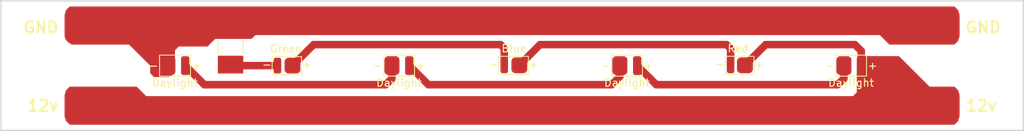
<source format=kicad_pcb>
(kicad_pcb (version 20211014) (generator pcbnew)
  (layers (0 "F.Cu" signal) (31 "B.Cu" signal) (34 "B.Paste" user) (35 "F.Paste" user) (36 "B.SilkS" user "B.Silkscreen") (37 "F.SilkS" user "F.Silkscreen") (38 "B.Mask" user) (39 "F.Mask" user) (44 "Edge.Cuts" user))
  (net 0 "")
  (net 1 "GND")
  (net 2 "Net-(R1-Pad1)")
  (net 3 "12v")
  (net 4 "Net-(U6-Pad2)")
  (net 5 "Net-(U7-Pad1)")
  (net 6 "Net-(U3-Pad1)")
  (net 7 "Net-(U4-Pad2)")
  (net 8 "Net-(U5-Pad1)")
  (footprint "Hydro:Solder Pad" (layer "F.Cu") (at 191.262 91.186)
    (fp_text reference "U11" hide)
    (fp_text value "Solder_Pad" hide)
    (pad "1" smd roundrect (at 0 0) (size 10 5) (layers "F.Cu" "F.Paste" "F.Mask") (net 1 "GND"))
  )
  (footprint "Hydro:158303250A(Daylight)" (layer "F.Cu") (at 92.202 96.52)
    (fp_text reference "U9" hide)
    (fp_text value "Daylight" (at 0 2.286 unlocked) (layer "F.SilkS"))
    (fp_text user "+" (at 2.85 0 unlocked) (layer "F.SilkS"))
    (fp_text user "-" (at -2.85 0 unlocked) (layer "F.SilkS"))
    (fp_rect (start 2.05 -1.4) (end -2.05 1.4) (layer "F.SilkS") (width 0.12) (fill none))
    (pad "1" smd roundrect (at -0.95 0) (size 2 2.5) (layers "F.Cu" "F.Paste" "F.Mask") (net 1 "GND"))
    (pad "2" smd roundrect (at 1.35 0) (size 1.1 2.5) (layers "F.Cu" "F.Paste" "F.Mask") (net 5 "Net-(U7-Pad1)"))
  )
  (footprint "Hydro:158303250A(Daylight)" (layer "F.Cu") (at 181.864 96.52)
    (fp_text reference "U3" hide)
    (fp_text value "Daylight" (at 0 2.286 unlocked) (layer "F.SilkS"))
    (fp_text user "+" (at 2.85 0 unlocked) (layer "F.SilkS"))
    (fp_text user "-" (at -2.85 0 unlocked) (layer "F.SilkS"))
    (fp_rect (start 2.05 -1.4) (end -2.05 1.4) (layer "F.SilkS") (width 0.12) (fill none))
    (pad "1" smd roundrect (at -0.95 0) (size 2 2.5) (layers "F.Cu" "F.Paste" "F.Mask") (net 6 "Net-(U3-Pad1)"))
    (pad "2" smd roundrect (at 1.35 0) (size 1.1 2.5) (layers "F.Cu" "F.Paste" "F.Mask") (net 3 "12v"))
  )
  (footprint "Hydro:158303250A(Daylight)" (layer "F.Cu") (at 121.92 96.52)
    (fp_text reference "U7" hide)
    (fp_text value "Daylight" (at 0 2.286 unlocked) (layer "F.SilkS"))
    (fp_text user "+" (at 2.85 0 unlocked) (layer "F.SilkS"))
    (fp_text user "-" (at -2.85 0 unlocked) (layer "F.SilkS"))
    (fp_rect (start 2.05 -1.4) (end -2.05 1.4) (layer "F.SilkS") (width 0.12) (fill none))
    (pad "1" smd roundrect (at -0.95 0) (size 2 2.5) (layers "F.Cu" "F.Paste" "F.Mask") (net 5 "Net-(U7-Pad1)"))
    (pad "2" smd roundrect (at 1.35 0) (size 1.1 2.5) (layers "F.Cu" "F.Paste" "F.Mask") (net 8 "Net-(U5-Pad1)"))
  )
  (footprint "SnapEDA Library:RESC6332X120N" (layer "F.Cu") (at 99.568 93.98 90)
    (fp_text reference "R1" hide)
    (fp_text value "352216RFT" hide)
    (fp_line (start -0.9 -1.68) (end 0.9 -1.68) (layer "F.SilkS") (width 0.127))
    (fp_line (start -0.9 1.68) (end 0.9 1.68) (layer "F.SilkS") (width 0.127))
    (pad "1" smd rect locked (at -2.405 0 90) (size 2.37 3.37) (layers "F.Cu" "F.Paste" "F.Mask") (net 2 "Net-(R1-Pad1)"))
    (pad "2" smd rect locked (at 2.405 0 90) (size 2.37 3.37) (layers "F.Cu" "F.Paste" "F.Mask") (net 1 "GND"))
  )
  (footprint "Hydro:158303250A(Daylight)" (layer "F.Cu") (at 152.146 96.52)
    (fp_text reference "U5" hide)
    (fp_text value "Daylight" (at 0 2.286 unlocked) (layer "F.SilkS"))
    (fp_text user "-" (at -2.85 0 unlocked) (layer "F.SilkS"))
    (fp_text user "+" (at 2.85 0 unlocked) (layer "F.SilkS"))
    (fp_rect (start 2.05 -1.4) (end -2.05 1.4) (layer "F.SilkS") (width 0.12) (fill none))
    (pad "1" smd roundrect (at -0.95 0) (size 2 2.5) (layers "F.Cu" "F.Paste" "F.Mask") (net 8 "Net-(U5-Pad1)"))
    (pad "2" smd roundrect (at 1.35 0) (size 1.1 2.5) (layers "F.Cu" "F.Paste" "F.Mask") (net 6 "Net-(U3-Pad1)"))
  )
  (footprint "Hydro:150283BS73103(Blue)" (layer "F.Cu") (at 138.965 97.575 180)
    (fp_text reference "U6" hide)
    (fp_text value "Blue" (at 1.805 3.341 unlocked) (layer "F.SilkS"))
    (fp_text user "+" (at -0.8 1.1 180 unlocked) (layer "F.SilkS"))
    (fp_text user "-" (at 4.5 1.1 180 unlocked) (layer "F.SilkS"))
    (fp_rect (start -0.1 -0.1) (end 3.8 2.3) (layer "F.SilkS") (width 0.12) (fill none))
    (pad "1" smd roundrect (at 1.1 1.1 180) (size 2.1 2.1) (layers "F.Cu" "F.Paste" "F.Mask") (net 7 "Net-(U4-Pad2)"))
    (pad "2" smd roundrect (at 3.1 1.1 180) (size 1 2.1) (layers "F.Cu" "F.Paste" "F.Mask") (net 4 "Net-(U6-Pad2)"))
  )
  (footprint "Hydro:150283BS73103(Green)" (layer "F.Cu") (at 106.934 96.52 180)
    (fp_text reference "U8" hide)
    (fp_text value "Green" (at 0 2.236 unlocked) (layer "F.SilkS"))
    (fp_text user "+" (at -2.75 0 180 unlocked) (layer "F.SilkS"))
    (fp_text user "-" (at 2.55 0 180 unlocked) (layer "F.SilkS"))
    (fp_rect (start -2.05 -1.2) (end 1.85 1.2) (layer "F.SilkS") (width 0.12) (fill none))
    (pad "1" smd roundrect (at -0.85 0 180) (size 2.1 2.1) (layers "F.Cu" "F.Paste" "F.Mask") (net 4 "Net-(U6-Pad2)"))
    (pad "2" smd roundrect (at 1.15 0 180) (size 1 2.1) (layers "F.Cu" "F.Paste" "F.Mask") (net 2 "Net-(R1-Pad1)"))
  )
  (footprint "Hydro:Solder Pad" (layer "F.Cu") (at 82.55 101.854)
    (fp_text reference "U10" hide)
    (fp_text value "Solder_Pad" hide)
    (pad "1" smd roundrect (at 0 0) (size 10 5) (layers "F.Cu" "F.Paste" "F.Mask") (net 3 "12v"))
  )
  (footprint "Hydro:Solder Pad" (layer "F.Cu") (at 191.262 101.854)
    (fp_text reference "U1" hide)
    (fp_text value "Solder_Pad" hide)
    (pad "1" smd roundrect (at 0 0) (size 10 5) (layers "F.Cu" "F.Paste" "F.Mask") (net 3 "12v"))
  )
  (footprint "Hydro:150283HS73103(Red)" (layer "F.Cu") (at 168.887 97.575 180)
    (fp_text reference "U4" hide)
    (fp_text value "Red" (at 2.009 3.341 unlocked) (layer "F.SilkS"))
    (fp_text user "-" (at 4.4 1.1 180 unlocked) (layer "F.SilkS"))
    (fp_text user "+" (at -0.8 1 180 unlocked) (layer "F.SilkS"))
    (fp_rect (start -0.1 -0.1) (end 3.7 2.3) (layer "F.SilkS") (width 0.12) (fill none))
    (pad "1" smd roundrect (at 1.1 1.1 180) (size 2.1 2.1) (layers "F.Cu" "F.Paste" "F.Mask") (net 3 "12v"))
    (pad "2" smd roundrect (at 3 1.1 180) (size 1 2.1) (layers "F.Cu" "F.Paste" "F.Mask") (net 7 "Net-(U4-Pad2)"))
  )
  (footprint "Hydro:Solder Pad" (layer "F.Cu") (at 82.55 91.186)
    (fp_text reference "U2" hide)
    (fp_text value "Solder_Pad" hide)
    (pad "1" smd roundrect (at 0 0) (size 10 5) (layers "F.Cu" "F.Paste" "F.Mask") (net 1 "GND"))
  )
  (gr_rect (start 69.088 87.884) (end 204.724 105.156) (layer "Edge.Cuts") (width 0.2) (fill none))
  (gr_text "GND" (at 74.422 91.44) (layer "F.SilkS") (effects (font (size 1.5 1.5) (thickness 0.3))))
  (gr_text "12v" (at 74.676 101.854) (layer "F.SilkS") (effects (font (size 1.5 1.5) (thickness 0.3))))
  (gr_text "12v" (at 199.136 101.854) (layer "F.SilkS") (effects (font (size 1.5 1.5) (thickness 0.3))))
  (gr_text "GND" (at 199.39 91.44) (layer "F.SilkS") (effects (font (size 1.5 1.5) (thickness 0.3))))
  (segment (start 105.784 96.52) (end 99.703 96.52) (width 1) (layer "F.Cu") (net 2))
  (segment (start 99.703 96.52) (end 99.568 96.385) (width 1) (layer "F.Cu") (net 2))
  (segment (start 170.536 93.726) (end 167.787 96.475) (width 1) (layer "F.Cu") (net 3))
  (segment (start 183.214 94.568) (end 182.372 93.726) (width 1) (layer "F.Cu") (net 3))
  (segment (start 183.214 96.52) (end 183.214 94.568) (width 1) (layer "F.Cu") (net 3))
  (segment (start 182.372 93.726) (end 170.536 93.726) (width 1) (layer "F.Cu") (net 3))
  (segment (start 135.382 93.726) (end 110.578 93.726) (width 1) (layer "F.Cu") (net 4))
  (segment (start 135.865 94.209) (end 135.382 93.726) (width 1) (layer "F.Cu") (net 4))
  (segment (start 110.578 93.726) (end 107.784 96.52) (width 1) (layer "F.Cu") (net 4))
  (segment (start 135.865 96.475) (end 135.865 94.209) (width 1) (layer "F.Cu") (net 4))
  (segment (start 96.092 99.06) (end 93.552 96.52) (width 1) (layer "F.Cu") (net 5))
  (segment (start 120.97 96.52) (end 120.97 98.232) (width 1) (layer "F.Cu") (net 5))
  (segment (start 120.142 99.06) (end 96.092 99.06) (width 1) (layer "F.Cu") (net 5))
  (segment (start 120.97 98.232) (end 120.142 99.06) (width 1) (layer "F.Cu") (net 5))
  (segment (start 180.914 98.232) (end 180.086 99.06) (width 1) (layer "F.Cu") (net 6))
  (segment (start 156.036 99.06) (end 153.496 96.52) (width 1) (layer "F.Cu") (net 6))
  (segment (start 180.914 96.52) (end 180.914 98.232) (width 1) (layer "F.Cu") (net 6))
  (segment (start 180.086 99.06) (end 156.036 99.06) (width 1) (layer "F.Cu") (net 6))
  (segment (start 140.614 93.726) (end 137.865 96.475) (width 1) (layer "F.Cu") (net 7))
  (segment (start 165.354 93.726) (end 140.614 93.726) (width 1) (layer "F.Cu") (net 7))
  (segment (start 165.887 96.475) (end 165.887 94.259) (width 1) (layer "F.Cu") (net 7))
  (segment (start 165.887 94.259) (end 165.354 93.726) (width 1) (layer "F.Cu") (net 7))
  (segment (start 151.196 97.978) (end 150.114 99.06) (width 1) (layer "F.Cu") (net 8))
  (segment (start 151.196 96.52) (end 151.196 97.978) (width 1) (layer "F.Cu") (net 8))
  (segment (start 150.114 99.06) (end 125.81 99.06) (width 1) (layer "F.Cu") (net 8))
  (segment (start 125.81 99.06) (end 123.27 96.52) (width 1) (layer "F.Cu") (net 8))
  (zone (net 3) (net_name "12v") (layer "F.Cu") (connect_pads yes (clearance 0.508)) (min_thickness 0.254) (fill yes (thermal_gap 0.2) (thermal_bridge_width 2))
    (polygon (pts (xy 196.088 99.822) (xy 196.088 103.886) (xy 195.58 104.394) (xy 78.232 104.394) (xy 77.724 103.886) (xy 77.724 99.822) (xy 78.232 99.314) (xy 87.122 99.314) (xy 88.392 100.584) (xy 182.118 100.584) (xy 182.626 100.076) (xy 182.626 95.504) (xy 182.88 95.25) (xy 188.214 95.25) (xy 192.278 99.314) (xy 195.58 99.314)))
  )
  (zone (net 1) (net_name "GND") (layer "F.Cu") (connect_pads yes (clearance 0.508)) (min_thickness 0.254) (fill yes (thermal_gap 0.2) (thermal_bridge_width 2))
    (polygon (pts (xy 196.088 89.154) (xy 196.088 93.218) (xy 195.58 93.726) (xy 186.944 93.726) (xy 185.674 92.456) (xy 102.87 92.456) (xy 102.362 92.964) (xy 97.536 92.964) (xy 96.52 93.98) (xy 92.71 93.98) (xy 92.202 94.488) (xy 92.202 97.536) (xy 91.44 98.044) (xy 89.408 98.044) (xy 88.9 97.536) (xy 88.9 96.52) (xy 86.106 93.726) (xy 78.486 93.726) (xy 77.724 92.964) (xy 77.724 89.154) (xy 78.232 88.646) (xy 195.58 88.646)))
  )
)
</source>
